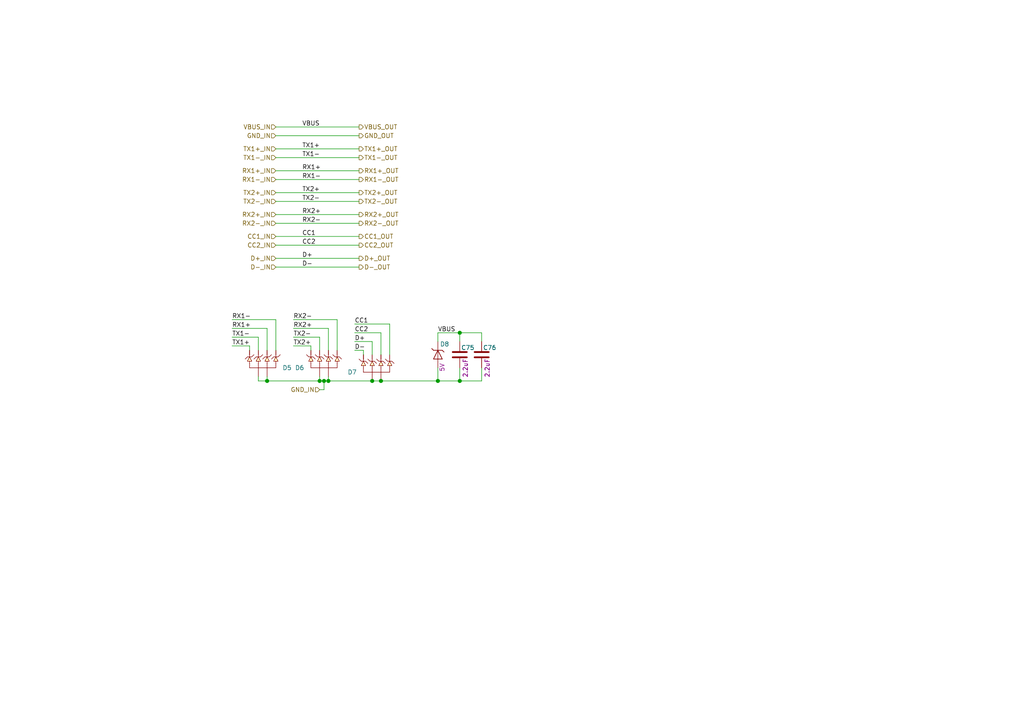
<source format=kicad_sch>
(kicad_sch (version 20210406) (generator eeschema)
  (paper "A4")
  (lib_symbols
    (symbol "diodes:ESD9X3.3ST5G" (pin_numbers hide) (pin_names (offset 1.016) hide)
      (property "Reference" "D" (at 0 2.54 0))
      (property "id" "5V" (at 0 0 0))
      (symbol "ESD9X3.3ST5G_0_1"
        (polyline (pts (xy -1.27 -1.27) (xy -1.778 -1.778)) (stroke (width 0.2032)))
        (polyline (pts (xy -1.27 1.27) (xy -1.27 -1.27)) (stroke (width 0.2032)))
        (polyline (pts (xy -1.27 1.27) (xy -0.762 1.778)) (stroke (width 0.2032)))
        (polyline (pts (xy 1.27 0) (xy -1.27 0)))
        (polyline (pts (xy 1.27 1.27) (xy 1.27 -1.27) (xy -1.27 0) (xy 1.27 1.27)) (stroke (width 0.2032)))
      )
      (symbol "ESD9X3.3ST5G_1_1"
        (pin passive line (at 3.81 0 180) (length 2.54) (name "A") (number "A"))
        (pin passive line (at -3.81 0 0) (length 2.54) (name "C") (number "C"))
      )
    )
    (symbol "mte_usb_hub:ESD8004MUTAG" (pin_numbers hide) (pin_names (offset 1.016) hide)
      (property "Reference" "D" (at 0 0 0))
      (symbol "ESD8004MUTAG_0_1"
        (polyline (pts (xy -3.81 0) (xy 3.81 0)))
        (polyline (pts (xy -3.81 1.27) (xy -3.81 0)))
        (polyline (pts (xy -3.81 1.905) (xy -3.81 1.27)))
        (polyline (pts (xy -3.81 3.175) (xy -3.81 3.81)))
        (polyline (pts (xy 1.27 1.27) (xy 1.27 0)))
        (polyline (pts (xy 1.27 1.905) (xy 1.27 1.27)))
        (polyline (pts (xy 1.27 3.175) (xy 1.27 3.81)))
        (polyline (pts (xy -3.81 3.175) (xy -4.445 3.175) (xy -5.08 2.54)))
        (polyline (pts (xy -3.81 3.175) (xy -3.175 3.175) (xy -2.54 3.81)))
        (polyline (pts (xy 1.27 3.175) (xy 0.635 3.175) (xy 0 2.54)))
        (polyline (pts (xy 1.27 3.175) (xy 1.905 3.175) (xy 2.54 3.81)))
        (polyline (pts (xy -3.81 3.175) (xy -4.445 1.905) (xy -3.175 1.905) (xy -3.81 3.175)) (fill (type background)))
        (polyline (pts (xy 1.27 3.175) (xy 0.635 1.905) (xy 1.905 1.905) (xy 1.27 3.175)) (fill (type background)))
      )
      (symbol "ESD8004MUTAG_1_1"
        (polyline (pts (xy -1.27 1.27) (xy -1.27 0)))
        (polyline (pts (xy -1.27 1.905) (xy -1.27 1.27)))
        (polyline (pts (xy -1.27 3.175) (xy -1.27 3.81)))
        (polyline (pts (xy 3.81 1.27) (xy 3.81 0)))
        (polyline (pts (xy 3.81 1.905) (xy 3.81 1.27)))
        (polyline (pts (xy 3.81 3.175) (xy 3.81 3.81)))
        (polyline (pts (xy -1.27 3.175) (xy -1.905 3.175) (xy -2.54 2.54)))
        (polyline (pts (xy -1.27 3.175) (xy -0.635 3.175) (xy 0 3.81)))
        (polyline (pts (xy 3.81 3.175) (xy 3.175 3.175) (xy 2.54 2.54)))
        (polyline (pts (xy 3.81 3.175) (xy 4.445 3.175) (xy 5.08 3.81)))
        (polyline (pts (xy -1.27 3.175) (xy -1.905 1.905) (xy -0.635 1.905) (xy -1.27 3.175)) (fill (type background)))
        (polyline (pts (xy 3.81 3.175) (xy 3.175 1.905) (xy 4.445 1.905) (xy 3.81 3.175)) (fill (type background)))
        (pin passive line (at -3.81 5.08 270) (length 1.27) (name "~") (number "1"))
        (pin passive line (at -3.81 5.08 270) (length 1.27) (name "~") (number "10"))
        (pin passive line (at -1.27 5.08 270) (length 1.27) (name "~") (number "2"))
        (pin passive line (at -1.27 -2.54 90) (length 2.54) (name "~") (number "3"))
        (pin passive line (at 1.27 5.08 270) (length 1.27) (name "~") (number "4"))
        (pin passive line (at 3.81 5.08 270) (length 1.27) (name "~") (number "5"))
        (pin passive line (at 3.81 5.08 270) (length 1.27) (name "~") (number "6"))
        (pin passive line (at 1.27 5.08 270) (length 1.27) (name "~") (number "7"))
        (pin passive line (at 1.27 -2.54 90) (length 2.54) (name "~") (number "8"))
        (pin passive line (at -1.27 5.08 270) (length 1.27) (name "~") (number "9"))
      )
    )
    (symbol "mte_usb_hub:ESD8004MUTAG_1" (pin_numbers hide) (pin_names (offset 1.016) hide)
      (property "Reference" "D" (at 0 0 0))
      (symbol "ESD8004MUTAG_1_0_1"
        (polyline (pts (xy -3.81 0) (xy 3.81 0)))
        (polyline (pts (xy -3.81 1.27) (xy -3.81 0)))
        (polyline (pts (xy -3.81 1.905) (xy -3.81 1.27)))
        (polyline (pts (xy -3.81 3.175) (xy -3.81 3.81)))
        (polyline (pts (xy 1.27 1.27) (xy 1.27 0)))
        (polyline (pts (xy 1.27 1.905) (xy 1.27 1.27)))
        (polyline (pts (xy 1.27 3.175) (xy 1.27 3.81)))
        (polyline (pts (xy -3.81 3.175) (xy -4.445 3.175) (xy -5.08 2.54)))
        (polyline (pts (xy -3.81 3.175) (xy -3.175 3.175) (xy -2.54 3.81)))
        (polyline (pts (xy 1.27 3.175) (xy 0.635 3.175) (xy 0 2.54)))
        (polyline (pts (xy 1.27 3.175) (xy 1.905 3.175) (xy 2.54 3.81)))
        (polyline (pts (xy -3.81 3.175) (xy -4.445 1.905) (xy -3.175 1.905) (xy -3.81 3.175)) (fill (type background)))
        (polyline (pts (xy 1.27 3.175) (xy 0.635 1.905) (xy 1.905 1.905) (xy 1.27 3.175)) (fill (type background)))
      )
      (symbol "ESD8004MUTAG_1_1_1"
        (polyline (pts (xy -1.27 1.27) (xy -1.27 0)))
        (polyline (pts (xy -1.27 1.905) (xy -1.27 1.27)))
        (polyline (pts (xy -1.27 3.175) (xy -1.27 3.81)))
        (polyline (pts (xy 3.81 1.27) (xy 3.81 0)))
        (polyline (pts (xy 3.81 1.905) (xy 3.81 1.27)))
        (polyline (pts (xy 3.81 3.175) (xy 3.81 3.81)))
        (polyline (pts (xy -1.27 3.175) (xy -1.905 3.175) (xy -2.54 2.54)))
        (polyline (pts (xy -1.27 3.175) (xy -0.635 3.175) (xy 0 3.81)))
        (polyline (pts (xy 3.81 3.175) (xy 3.175 3.175) (xy 2.54 2.54)))
        (polyline (pts (xy 3.81 3.175) (xy 4.445 3.175) (xy 5.08 3.81)))
        (polyline (pts (xy -1.27 3.175) (xy -1.905 1.905) (xy -0.635 1.905) (xy -1.27 3.175)) (fill (type background)))
        (polyline (pts (xy 3.81 3.175) (xy 3.175 1.905) (xy 4.445 1.905) (xy 3.81 3.175)) (fill (type background)))
        (pin passive line (at -3.81 5.08 270) (length 1.27) (name "~") (number "1"))
        (pin passive line (at -3.81 5.08 270) (length 1.27) (name "~") (number "10"))
        (pin passive line (at -1.27 5.08 270) (length 1.27) (name "~") (number "2"))
        (pin passive line (at -1.27 -2.54 90) (length 2.54) (name "~") (number "3"))
        (pin passive line (at 1.27 5.08 270) (length 1.27) (name "~") (number "4"))
        (pin passive line (at 3.81 5.08 270) (length 1.27) (name "~") (number "5"))
        (pin passive line (at 3.81 5.08 270) (length 1.27) (name "~") (number "6"))
        (pin passive line (at 1.27 5.08 270) (length 1.27) (name "~") (number "7"))
        (pin passive line (at 1.27 -2.54 90) (length 2.54) (name "~") (number "8"))
        (pin passive line (at -1.27 5.08 270) (length 1.27) (name "~") (number "9"))
      )
    )
    (symbol "mte_usb_hub:ESD8004MUTAG_2" (pin_numbers hide) (pin_names (offset 1.016) hide)
      (property "Reference" "D" (at 0 0 0))
      (symbol "ESD8004MUTAG_2_0_1"
        (polyline (pts (xy -3.81 0) (xy 3.81 0)))
        (polyline (pts (xy -3.81 1.27) (xy -3.81 0)))
        (polyline (pts (xy -3.81 1.905) (xy -3.81 1.27)))
        (polyline (pts (xy -3.81 3.175) (xy -3.81 3.81)))
        (polyline (pts (xy 1.27 1.27) (xy 1.27 0)))
        (polyline (pts (xy 1.27 1.905) (xy 1.27 1.27)))
        (polyline (pts (xy 1.27 3.175) (xy 1.27 3.81)))
        (polyline (pts (xy -3.81 3.175) (xy -4.445 3.175) (xy -5.08 2.54)))
        (polyline (pts (xy -3.81 3.175) (xy -3.175 3.175) (xy -2.54 3.81)))
        (polyline (pts (xy 1.27 3.175) (xy 0.635 3.175) (xy 0 2.54)))
        (polyline (pts (xy 1.27 3.175) (xy 1.905 3.175) (xy 2.54 3.81)))
        (polyline (pts (xy -3.81 3.175) (xy -4.445 1.905) (xy -3.175 1.905) (xy -3.81 3.175)) (fill (type background)))
        (polyline (pts (xy 1.27 3.175) (xy 0.635 1.905) (xy 1.905 1.905) (xy 1.27 3.175)) (fill (type background)))
      )
      (symbol "ESD8004MUTAG_2_1_1"
        (polyline (pts (xy -1.27 1.27) (xy -1.27 0)))
        (polyline (pts (xy -1.27 1.905) (xy -1.27 1.27)))
        (polyline (pts (xy -1.27 3.175) (xy -1.27 3.81)))
        (polyline (pts (xy 3.81 1.27) (xy 3.81 0)))
        (polyline (pts (xy 3.81 1.905) (xy 3.81 1.27)))
        (polyline (pts (xy 3.81 3.175) (xy 3.81 3.81)))
        (polyline (pts (xy -1.27 3.175) (xy -1.905 3.175) (xy -2.54 2.54)))
        (polyline (pts (xy -1.27 3.175) (xy -0.635 3.175) (xy 0 3.81)))
        (polyline (pts (xy 3.81 3.175) (xy 3.175 3.175) (xy 2.54 2.54)))
        (polyline (pts (xy 3.81 3.175) (xy 4.445 3.175) (xy 5.08 3.81)))
        (polyline (pts (xy -1.27 3.175) (xy -1.905 1.905) (xy -0.635 1.905) (xy -1.27 3.175)) (fill (type background)))
        (polyline (pts (xy 3.81 3.175) (xy 3.175 1.905) (xy 4.445 1.905) (xy 3.81 3.175)) (fill (type background)))
        (pin passive line (at -3.81 5.08 270) (length 1.27) (name "~") (number "1"))
        (pin passive line (at -3.81 5.08 270) (length 1.27) (name "~") (number "10"))
        (pin passive line (at -1.27 5.08 270) (length 1.27) (name "~") (number "2"))
        (pin passive line (at -1.27 -2.54 90) (length 2.54) (name "~") (number "3"))
        (pin passive line (at 1.27 5.08 270) (length 1.27) (name "~") (number "4"))
        (pin passive line (at 3.81 5.08 270) (length 1.27) (name "~") (number "5"))
        (pin passive line (at 3.81 5.08 270) (length 1.27) (name "~") (number "6"))
        (pin passive line (at 1.27 5.08 270) (length 1.27) (name "~") (number "7"))
        (pin passive line (at 1.27 -2.54 90) (length 2.54) (name "~") (number "8"))
        (pin passive line (at -1.27 5.08 270) (length 1.27) (name "~") (number "9"))
      )
    )
    (symbol "mte_usb_hub:TMK105CBJ225MV-F" (pin_numbers hide) (pin_names (offset 0.254))
      (property "Reference" "C" (at 0.635 2.54 0))
      (property "id" "2.2uF" (at -3.81 2.54 0))
      (symbol "TMK105CBJ225MV-F_0_1"
        (polyline (pts (xy -2.032 -0.762) (xy 2.032 -0.762)) (stroke (width 0.508)))
        (polyline (pts (xy -2.032 0.762) (xy 2.032 0.762)) (stroke (width 0.508)))
      )
      (symbol "TMK105CBJ225MV-F_1_1"
        (pin passive line (at 0 3.81 270) (length 2.794) (name "~") (number "1"))
        (pin passive line (at 0 -3.81 90) (length 2.794) (name "~") (number "2"))
      )
    )
  )
  (junction (at 77.47 110.49) (diameter 1.016))
  (junction (at 92.71 110.49) (diameter 1.016))
  (junction (at 93.98 110.49) (diameter 1.016))
  (junction (at 95.25 110.49) (diameter 1.016))
  (junction (at 107.95 110.49) (diameter 1.016))
  (junction (at 110.49 110.49) (diameter 1.016))
  (junction (at 127 110.49) (diameter 1.016))
  (junction (at 133.35 96.52) (diameter 1.016))
  (junction (at 133.35 110.49) (diameter 1.016))
  (wire (pts (xy 67.31 92.71) (xy 80.01 92.71)))
  (wire (pts (xy 67.31 95.25) (xy 77.47 95.25)))
  (wire (pts (xy 67.31 97.79) (xy 74.93 97.79)))
  (wire (pts (xy 67.31 100.33) (xy 72.39 100.33)))
  (wire (pts (xy 72.39 100.33) (xy 72.39 101.6)))
  (wire (pts (xy 74.93 101.6) (xy 74.93 97.79)))
  (wire (pts (xy 74.93 109.22) (xy 74.93 110.49)))
  (wire (pts (xy 74.93 110.49) (xy 77.47 110.49)))
  (wire (pts (xy 77.47 95.25) (xy 77.47 101.6)))
  (wire (pts (xy 77.47 109.22) (xy 77.47 110.49)))
  (wire (pts (xy 77.47 110.49) (xy 92.71 110.49)))
  (wire (pts (xy 80.01 36.83) (xy 104.14 36.83)))
  (wire (pts (xy 80.01 39.37) (xy 104.14 39.37)))
  (wire (pts (xy 80.01 43.18) (xy 104.14 43.18)))
  (wire (pts (xy 80.01 45.72) (xy 104.14 45.72)))
  (wire (pts (xy 80.01 49.53) (xy 104.14 49.53)))
  (wire (pts (xy 80.01 52.07) (xy 104.14 52.07)))
  (wire (pts (xy 80.01 55.88) (xy 104.14 55.88)))
  (wire (pts (xy 80.01 58.42) (xy 104.14 58.42)))
  (wire (pts (xy 80.01 62.23) (xy 104.14 62.23)))
  (wire (pts (xy 80.01 64.77) (xy 104.14 64.77)))
  (wire (pts (xy 80.01 68.58) (xy 104.14 68.58)))
  (wire (pts (xy 80.01 71.12) (xy 104.14 71.12)))
  (wire (pts (xy 80.01 74.93) (xy 104.14 74.93)))
  (wire (pts (xy 80.01 77.47) (xy 104.14 77.47)))
  (wire (pts (xy 80.01 101.6) (xy 80.01 92.71)))
  (wire (pts (xy 85.09 92.71) (xy 97.79 92.71)))
  (wire (pts (xy 85.09 97.79) (xy 92.71 97.79)))
  (wire (pts (xy 85.09 100.33) (xy 90.17 100.33)))
  (wire (pts (xy 90.17 101.6) (xy 90.17 100.33)))
  (wire (pts (xy 92.71 97.79) (xy 92.71 101.6)))
  (wire (pts (xy 92.71 109.22) (xy 92.71 110.49)))
  (wire (pts (xy 92.71 110.49) (xy 93.98 110.49)))
  (wire (pts (xy 92.71 113.03) (xy 93.98 113.03)))
  (wire (pts (xy 93.98 110.49) (xy 95.25 110.49)))
  (wire (pts (xy 93.98 113.03) (xy 93.98 110.49)))
  (wire (pts (xy 95.25 95.25) (xy 85.09 95.25)))
  (wire (pts (xy 95.25 101.6) (xy 95.25 95.25)))
  (wire (pts (xy 95.25 109.22) (xy 95.25 110.49)))
  (wire (pts (xy 95.25 110.49) (xy 107.95 110.49)))
  (wire (pts (xy 97.79 92.71) (xy 97.79 101.6)))
  (wire (pts (xy 102.87 93.98) (xy 113.03 93.98)))
  (wire (pts (xy 102.87 99.06) (xy 107.95 99.06)))
  (wire (pts (xy 105.41 101.6) (xy 102.87 101.6)))
  (wire (pts (xy 105.41 102.87) (xy 105.41 101.6)))
  (wire (pts (xy 107.95 99.06) (xy 107.95 102.87)))
  (wire (pts (xy 107.95 110.49) (xy 110.49 110.49)))
  (wire (pts (xy 110.49 96.52) (xy 102.87 96.52)))
  (wire (pts (xy 110.49 102.87) (xy 110.49 96.52)))
  (wire (pts (xy 113.03 93.98) (xy 113.03 102.87)))
  (wire (pts (xy 127 96.52) (xy 127 99.06)))
  (wire (pts (xy 127 96.52) (xy 133.35 96.52)))
  (wire (pts (xy 127 106.68) (xy 127 110.49)))
  (wire (pts (xy 127 110.49) (xy 110.49 110.49)))
  (wire (pts (xy 133.35 96.52) (xy 133.35 99.06)))
  (wire (pts (xy 133.35 96.52) (xy 139.7 96.52)))
  (wire (pts (xy 133.35 106.68) (xy 133.35 110.49)))
  (wire (pts (xy 133.35 110.49) (xy 127 110.49)))
  (wire (pts (xy 139.7 99.06) (xy 139.7 96.52)))
  (wire (pts (xy 139.7 106.68) (xy 139.7 110.49)))
  (wire (pts (xy 139.7 110.49) (xy 133.35 110.49)))
  (label "RX1-" (at 67.31 92.71 0))
  (label "RX1+" (at 67.31 95.25 0))
  (label "TX1-" (at 67.31 97.79 0))
  (label "TX1+" (at 67.31 100.33 0))
  (label "RX2-" (at 85.09 92.71 0))
  (label "RX2+" (at 85.09 95.25 0))
  (label "TX2-" (at 85.09 97.79 0))
  (label "TX2+" (at 85.09 100.33 0))
  (label "VBUS" (at 87.63 36.83 0))
  (label "TX1+" (at 87.63 43.18 0))
  (label "TX1-" (at 87.63 45.72 0))
  (label "RX1+" (at 87.63 49.53 0))
  (label "RX1-" (at 87.63 52.07 0))
  (label "TX2+" (at 87.63 55.88 0))
  (label "TX2-" (at 87.63 58.42 0))
  (label "RX2+" (at 87.63 62.23 0))
  (label "RX2-" (at 87.63 64.77 0))
  (label "CC1" (at 87.63 68.58 0))
  (label "CC2" (at 87.63 71.12 0))
  (label "D+" (at 87.63 74.93 0))
  (label "D-" (at 87.63 77.47 0))
  (label "CC1" (at 102.87 93.98 0))
  (label "CC2" (at 102.87 96.52 0))
  (label "D+" (at 102.87 99.06 0))
  (label "D-" (at 102.87 101.6 0))
  (label "VBUS" (at 127 96.52 0))
  (hierarchical_label "VBUS_IN" (shape input) (at 80.01 36.83 180))
  (hierarchical_label "GND_IN" (shape input) (at 80.01 39.37 180))
  (hierarchical_label "TX1+_IN" (shape input) (at 80.01 43.18 180))
  (hierarchical_label "TX1-_IN" (shape input) (at 80.01 45.72 180))
  (hierarchical_label "RX1+_IN" (shape input) (at 80.01 49.53 180))
  (hierarchical_label "RX1-_IN" (shape input) (at 80.01 52.07 180))
  (hierarchical_label "TX2+_IN" (shape input) (at 80.01 55.88 180))
  (hierarchical_label "TX2-_IN" (shape input) (at 80.01 58.42 180))
  (hierarchical_label "RX2+_IN" (shape input) (at 80.01 62.23 180))
  (hierarchical_label "RX2-_IN" (shape input) (at 80.01 64.77 180))
  (hierarchical_label "CC1_IN" (shape input) (at 80.01 68.58 180))
  (hierarchical_label "CC2_IN" (shape input) (at 80.01 71.12 180))
  (hierarchical_label "D+_IN" (shape input) (at 80.01 74.93 180))
  (hierarchical_label "D-_IN" (shape input) (at 80.01 77.47 180))
  (hierarchical_label "GND_IN" (shape input) (at 92.71 113.03 180))
  (hierarchical_label "VBUS_OUT" (shape output) (at 104.14 36.83 0))
  (hierarchical_label "GND_OUT" (shape output) (at 104.14 39.37 0))
  (hierarchical_label "TX1+_OUT" (shape output) (at 104.14 43.18 0))
  (hierarchical_label "TX1-_OUT" (shape output) (at 104.14 45.72 0))
  (hierarchical_label "RX1+_OUT" (shape output) (at 104.14 49.53 0))
  (hierarchical_label "RX1-_OUT" (shape output) (at 104.14 52.07 0))
  (hierarchical_label "TX2+_OUT" (shape output) (at 104.14 55.88 0))
  (hierarchical_label "TX2-_OUT" (shape output) (at 104.14 58.42 0))
  (hierarchical_label "RX2+_OUT" (shape output) (at 104.14 62.23 0))
  (hierarchical_label "RX2-_OUT" (shape output) (at 104.14 64.77 0))
  (hierarchical_label "CC1_OUT" (shape output) (at 104.14 68.58 0))
  (hierarchical_label "CC2_OUT" (shape output) (at 104.14 71.12 0))
  (hierarchical_label "D+_OUT" (shape output) (at 104.14 74.93 0))
  (hierarchical_label "D-_OUT" (shape output) (at 104.14 77.47 0))
  (symbol (lib_id "diodes:ESD9X3.3ST5G") (at 127 102.87 270) (unit 1)
    (property "Reference" "D8" (at 127.6097 99.8156 90) (effects (justify left)))
    (property "Value" "ESD9X3.3ST5G" (effects hide))
    (property "Footprint" "footprints:SODFL1006X43N" (effects hide))
    (property "id" "5V" (at 128.2447 105.2893 0) (effects (justify left)))
    (property "manf" "ON Semiconductor" (effects hide))
  )
  (symbol (lib_id "mte_usb_hub:TMK105CBJ225MV-F") (at 133.35 102.87 0) (unit 1)
    (property "Reference" "C75" (at 133.7311 100.8391 0) (effects (justify left)))
    (property "Value" "TMK105CBJ225MV-F" (effects hide))
    (property "Footprint" "footprints:CAPACITOR_0402N" (effects hide))
    (property "Datasheet" "${MTE_LIB_DIR}/datasheets/TMK105CBJ225MV-F _RS.pdf" (effects hide))
    (property "id" "2.2uF" (at 135.0011 109.4878 90) (effects (justify left)))
  )
  (symbol (lib_id "mte_usb_hub:TMK105CBJ225MV-F") (at 139.7 102.87 0) (unit 1)
    (property "Reference" "C76" (at 140.0811 100.8391 0) (effects (justify left)))
    (property "Value" "TMK105CBJ225MV-F" (effects hide))
    (property "Footprint" "footprints:CAPACITOR_0402N" (effects hide))
    (property "Datasheet" "${MTE_LIB_DIR}/datasheets/TMK105CBJ225MV-F _RS.pdf" (effects hide))
    (property "id" "2.2uF" (at 141.3511 109.4878 90) (effects (justify left)))
  )
  (symbol (lib_name "mte_usb_hub:ESD8004MUTAG_1") (lib_id "mte_usb_hub:ESD8004MUTAG") (at 76.2 106.68 0) (unit 1)
    (property "Reference" "D5" (at 81.9151 106.68 0) (effects (justify left)))
    (property "Value" "ESD8004MUTAG" (effects hide))
    (property "id" "ESD8004MUTAG" (effects hide))
    (property "manf" "ON Semiconductor" (effects hide))
  )
  (symbol (lib_name "mte_usb_hub:ESD8004MUTAG_2") (lib_id "mte_usb_hub:ESD8004MUTAG") (at 93.98 106.68 0) (mirror y) (unit 1)
    (property "Reference" "D6" (at 88.2649 106.68 0) (effects (justify left)))
    (property "Value" "ESD8004MUTAG" (effects hide))
    (property "id" "ESD8004MUTAG" (effects hide))
    (property "manf" "ON Semiconductor" (effects hide))
  )
  (symbol (lib_id "mte_usb_hub:ESD8004MUTAG") (at 109.22 107.95 0) (mirror y) (unit 1)
    (property "Reference" "D7" (at 103.5049 107.95 0) (effects (justify left)))
    (property "Value" "ESD8004MUTAG" (effects hide))
    (property "id" "ESD8004MUTAG" (effects hide))
    (property "manf" "ON Semiconductor" (effects hide))
  )
)
</source>
